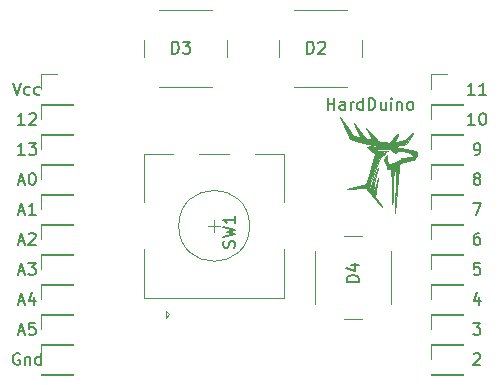
<source format=gbr>
G04 #@! TF.GenerationSoftware,KiCad,Pcbnew,(5.1.8)-1*
G04 #@! TF.CreationDate,2020-11-12T00:03:28+03:00*
G04 #@! TF.ProjectId,valc,76616c63-2e6b-4696-9361-645f70636258,rev?*
G04 #@! TF.SameCoordinates,Original*
G04 #@! TF.FileFunction,Legend,Top*
G04 #@! TF.FilePolarity,Positive*
%FSLAX46Y46*%
G04 Gerber Fmt 4.6, Leading zero omitted, Abs format (unit mm)*
G04 Created by KiCad (PCBNEW (5.1.8)-1) date 2020-11-12 00:03:28*
%MOMM*%
%LPD*%
G01*
G04 APERTURE LIST*
%ADD10C,0.100000*%
%ADD11C,0.150000*%
%ADD12C,0.120000*%
G04 APERTURE END LIST*
D10*
G36*
X111040000Y-50380000D02*
G01*
X111260000Y-50700000D01*
X111450000Y-50880000D01*
X111510000Y-50920000D01*
X111940000Y-51050000D01*
X111980000Y-51030000D01*
X111980000Y-50940000D01*
X111790000Y-50510000D01*
X111490000Y-49860000D01*
X112300000Y-50850000D01*
X112500000Y-51070000D01*
X112620000Y-51170000D01*
X112700000Y-51200000D01*
X112880000Y-51210000D01*
X113100000Y-51270000D01*
X113060000Y-51150000D01*
X112550000Y-50260000D01*
X113320000Y-51100000D01*
X113480000Y-51290000D01*
X113570000Y-51370000D01*
X113680000Y-51420000D01*
X114120000Y-51470000D01*
X114580000Y-51490000D01*
X115060000Y-50890000D01*
X115210000Y-50740000D01*
X115200000Y-50820000D01*
X115060000Y-51150000D01*
X114980000Y-51320000D01*
X114970000Y-51400000D01*
X115050000Y-51410000D01*
X115450000Y-51390000D01*
X115800000Y-51280000D01*
X116470000Y-50710000D01*
X116350000Y-51000000D01*
X115920000Y-51650000D01*
X115590000Y-51710000D01*
X114980000Y-51760000D01*
X114790000Y-51830000D01*
X115010000Y-51890000D01*
X116340000Y-52110000D01*
X116660000Y-52180000D01*
X116790000Y-52280000D01*
X116810000Y-52450000D01*
X116790000Y-52610000D01*
X116730000Y-52690000D01*
X116680000Y-52710000D01*
X116640000Y-52790000D01*
X116640000Y-52890000D01*
X116580000Y-52940000D01*
X116390000Y-52990000D01*
X115770000Y-53100000D01*
X115480000Y-53180000D01*
X115350000Y-53300000D01*
X115320000Y-53360000D01*
X115290000Y-53510000D01*
X115300000Y-53680000D01*
X114970000Y-57450000D01*
X115020000Y-54060000D01*
X115010000Y-53780000D01*
X115000000Y-53590000D01*
X114990000Y-53550000D01*
X114950000Y-53510000D01*
X114900000Y-53630000D01*
X114870000Y-53960000D01*
X114840000Y-54450000D01*
X114810000Y-55830000D01*
X114790000Y-56360000D01*
X114750000Y-56690000D01*
X114720000Y-56510000D01*
X114690000Y-55830000D01*
X114690000Y-54950000D01*
X114670000Y-53730000D01*
X114510000Y-53770000D01*
X114400000Y-53770000D01*
X114330000Y-53720000D01*
X114260000Y-53590000D01*
X114020000Y-52960000D01*
X114330000Y-52560000D01*
X114290000Y-52790000D01*
X114280000Y-52950000D01*
X114280000Y-53020000D01*
X114350000Y-53150000D01*
X114500000Y-53360000D01*
X115410000Y-52970000D01*
X115540000Y-52900000D01*
X115590000Y-52840000D01*
X115480000Y-52800000D01*
X115690000Y-52760000D01*
X116210000Y-52750000D01*
X116330000Y-52730000D01*
X116420000Y-52680000D01*
X116450000Y-52620000D01*
X116420000Y-52500000D01*
X116260000Y-52400000D01*
X115990000Y-52290000D01*
X115590000Y-52210000D01*
X115350000Y-52200000D01*
X115210000Y-52220000D01*
X115160000Y-52260000D01*
X115090000Y-52360000D01*
X115040000Y-52370000D01*
X114980000Y-52370000D01*
X114860000Y-52320000D01*
X114710000Y-52220000D01*
X114670000Y-52160000D01*
X114660000Y-52120000D01*
X114600000Y-52090000D01*
X114520000Y-52060000D01*
X114030000Y-52040000D01*
X113580000Y-52050000D01*
X113440000Y-52070000D01*
X113320000Y-52100000D01*
X113340000Y-52140000D01*
X113550000Y-52180000D01*
X113850000Y-52200000D01*
X114360000Y-52210000D01*
X113940000Y-52360000D01*
X113940000Y-52390000D01*
X114140000Y-52410000D01*
X114150000Y-52440000D01*
X113910000Y-52560000D01*
X113850000Y-52630000D01*
X113720000Y-52820000D01*
X113520000Y-53250000D01*
X113090000Y-54300000D01*
X112870000Y-54950000D01*
X112820000Y-55120000D01*
X112790000Y-55260000D01*
X112840000Y-55340000D01*
X112890000Y-55310000D01*
X112930000Y-55240000D01*
X113020000Y-55020000D01*
X113200000Y-54510000D01*
X113510000Y-53680000D01*
X113470000Y-53940000D01*
X113220000Y-54940000D01*
X113160000Y-55150000D01*
X113100000Y-55490000D01*
X113080000Y-55610000D01*
X113080000Y-55720000D01*
X113130000Y-55780000D01*
X113190000Y-55700000D01*
X113230000Y-55550000D01*
X113330000Y-55180000D01*
X113490000Y-54460000D01*
X113520000Y-54460000D01*
X113370000Y-55620000D01*
X113300000Y-56070000D01*
X113690000Y-56640000D01*
X113850000Y-56940000D01*
X113240000Y-56230000D01*
X112540000Y-55340000D01*
X110900000Y-55410000D01*
X112300000Y-55110000D01*
X112510000Y-55040000D01*
X112590000Y-54820000D01*
X112880000Y-53940000D01*
X113130000Y-53090000D01*
X113290000Y-52420000D01*
X112560000Y-51850000D01*
X112920000Y-51810000D01*
X113370000Y-51830000D01*
X113850000Y-51840000D01*
X111930000Y-51420000D01*
X111130000Y-51230000D01*
X110700000Y-50260000D01*
X110330000Y-49360000D01*
X111040000Y-50380000D01*
G37*
X111040000Y-50380000D02*
X111260000Y-50700000D01*
X111450000Y-50880000D01*
X111510000Y-50920000D01*
X111940000Y-51050000D01*
X111980000Y-51030000D01*
X111980000Y-50940000D01*
X111790000Y-50510000D01*
X111490000Y-49860000D01*
X112300000Y-50850000D01*
X112500000Y-51070000D01*
X112620000Y-51170000D01*
X112700000Y-51200000D01*
X112880000Y-51210000D01*
X113100000Y-51270000D01*
X113060000Y-51150000D01*
X112550000Y-50260000D01*
X113320000Y-51100000D01*
X113480000Y-51290000D01*
X113570000Y-51370000D01*
X113680000Y-51420000D01*
X114120000Y-51470000D01*
X114580000Y-51490000D01*
X115060000Y-50890000D01*
X115210000Y-50740000D01*
X115200000Y-50820000D01*
X115060000Y-51150000D01*
X114980000Y-51320000D01*
X114970000Y-51400000D01*
X115050000Y-51410000D01*
X115450000Y-51390000D01*
X115800000Y-51280000D01*
X116470000Y-50710000D01*
X116350000Y-51000000D01*
X115920000Y-51650000D01*
X115590000Y-51710000D01*
X114980000Y-51760000D01*
X114790000Y-51830000D01*
X115010000Y-51890000D01*
X116340000Y-52110000D01*
X116660000Y-52180000D01*
X116790000Y-52280000D01*
X116810000Y-52450000D01*
X116790000Y-52610000D01*
X116730000Y-52690000D01*
X116680000Y-52710000D01*
X116640000Y-52790000D01*
X116640000Y-52890000D01*
X116580000Y-52940000D01*
X116390000Y-52990000D01*
X115770000Y-53100000D01*
X115480000Y-53180000D01*
X115350000Y-53300000D01*
X115320000Y-53360000D01*
X115290000Y-53510000D01*
X115300000Y-53680000D01*
X114970000Y-57450000D01*
X115020000Y-54060000D01*
X115010000Y-53780000D01*
X115000000Y-53590000D01*
X114990000Y-53550000D01*
X114950000Y-53510000D01*
X114900000Y-53630000D01*
X114870000Y-53960000D01*
X114840000Y-54450000D01*
X114810000Y-55830000D01*
X114790000Y-56360000D01*
X114750000Y-56690000D01*
X114720000Y-56510000D01*
X114690000Y-55830000D01*
X114690000Y-54950000D01*
X114670000Y-53730000D01*
X114510000Y-53770000D01*
X114400000Y-53770000D01*
X114330000Y-53720000D01*
X114260000Y-53590000D01*
X114020000Y-52960000D01*
X114330000Y-52560000D01*
X114290000Y-52790000D01*
X114280000Y-52950000D01*
X114280000Y-53020000D01*
X114350000Y-53150000D01*
X114500000Y-53360000D01*
X115410000Y-52970000D01*
X115540000Y-52900000D01*
X115590000Y-52840000D01*
X115480000Y-52800000D01*
X115690000Y-52760000D01*
X116210000Y-52750000D01*
X116330000Y-52730000D01*
X116420000Y-52680000D01*
X116450000Y-52620000D01*
X116420000Y-52500000D01*
X116260000Y-52400000D01*
X115990000Y-52290000D01*
X115590000Y-52210000D01*
X115350000Y-52200000D01*
X115210000Y-52220000D01*
X115160000Y-52260000D01*
X115090000Y-52360000D01*
X115040000Y-52370000D01*
X114980000Y-52370000D01*
X114860000Y-52320000D01*
X114710000Y-52220000D01*
X114670000Y-52160000D01*
X114660000Y-52120000D01*
X114600000Y-52090000D01*
X114520000Y-52060000D01*
X114030000Y-52040000D01*
X113580000Y-52050000D01*
X113440000Y-52070000D01*
X113320000Y-52100000D01*
X113340000Y-52140000D01*
X113550000Y-52180000D01*
X113850000Y-52200000D01*
X114360000Y-52210000D01*
X113940000Y-52360000D01*
X113940000Y-52390000D01*
X114140000Y-52410000D01*
X114150000Y-52440000D01*
X113910000Y-52560000D01*
X113850000Y-52630000D01*
X113720000Y-52820000D01*
X113520000Y-53250000D01*
X113090000Y-54300000D01*
X112870000Y-54950000D01*
X112820000Y-55120000D01*
X112790000Y-55260000D01*
X112840000Y-55340000D01*
X112890000Y-55310000D01*
X112930000Y-55240000D01*
X113020000Y-55020000D01*
X113200000Y-54510000D01*
X113510000Y-53680000D01*
X113470000Y-53940000D01*
X113220000Y-54940000D01*
X113160000Y-55150000D01*
X113100000Y-55490000D01*
X113080000Y-55610000D01*
X113080000Y-55720000D01*
X113130000Y-55780000D01*
X113190000Y-55700000D01*
X113230000Y-55550000D01*
X113330000Y-55180000D01*
X113490000Y-54460000D01*
X113520000Y-54460000D01*
X113370000Y-55620000D01*
X113300000Y-56070000D01*
X113690000Y-56640000D01*
X113850000Y-56940000D01*
X113240000Y-56230000D01*
X112540000Y-55340000D01*
X110900000Y-55410000D01*
X112300000Y-55110000D01*
X112510000Y-55040000D01*
X112590000Y-54820000D01*
X112880000Y-53940000D01*
X113130000Y-53090000D01*
X113290000Y-52420000D01*
X112560000Y-51850000D01*
X112920000Y-51810000D01*
X113370000Y-51830000D01*
X113850000Y-51840000D01*
X111930000Y-51420000D01*
X111130000Y-51230000D01*
X110700000Y-50260000D01*
X110330000Y-49360000D01*
X111040000Y-50380000D01*
D11*
X109264761Y-48712380D02*
X109264761Y-47712380D01*
X109264761Y-48188571D02*
X109836190Y-48188571D01*
X109836190Y-48712380D02*
X109836190Y-47712380D01*
X110740952Y-48712380D02*
X110740952Y-48188571D01*
X110693333Y-48093333D01*
X110598095Y-48045714D01*
X110407619Y-48045714D01*
X110312380Y-48093333D01*
X110740952Y-48664761D02*
X110645714Y-48712380D01*
X110407619Y-48712380D01*
X110312380Y-48664761D01*
X110264761Y-48569523D01*
X110264761Y-48474285D01*
X110312380Y-48379047D01*
X110407619Y-48331428D01*
X110645714Y-48331428D01*
X110740952Y-48283809D01*
X111217142Y-48712380D02*
X111217142Y-48045714D01*
X111217142Y-48236190D02*
X111264761Y-48140952D01*
X111312380Y-48093333D01*
X111407619Y-48045714D01*
X111502857Y-48045714D01*
X112264761Y-48712380D02*
X112264761Y-47712380D01*
X112264761Y-48664761D02*
X112169523Y-48712380D01*
X111979047Y-48712380D01*
X111883809Y-48664761D01*
X111836190Y-48617142D01*
X111788571Y-48521904D01*
X111788571Y-48236190D01*
X111836190Y-48140952D01*
X111883809Y-48093333D01*
X111979047Y-48045714D01*
X112169523Y-48045714D01*
X112264761Y-48093333D01*
X112740952Y-48712380D02*
X112740952Y-47712380D01*
X112979047Y-47712380D01*
X113121904Y-47760000D01*
X113217142Y-47855238D01*
X113264761Y-47950476D01*
X113312380Y-48140952D01*
X113312380Y-48283809D01*
X113264761Y-48474285D01*
X113217142Y-48569523D01*
X113121904Y-48664761D01*
X112979047Y-48712380D01*
X112740952Y-48712380D01*
X114169523Y-48045714D02*
X114169523Y-48712380D01*
X113740952Y-48045714D02*
X113740952Y-48569523D01*
X113788571Y-48664761D01*
X113883809Y-48712380D01*
X114026666Y-48712380D01*
X114121904Y-48664761D01*
X114169523Y-48617142D01*
X114645714Y-48712380D02*
X114645714Y-48045714D01*
X114645714Y-47712380D02*
X114598095Y-47760000D01*
X114645714Y-47807619D01*
X114693333Y-47760000D01*
X114645714Y-47712380D01*
X114645714Y-47807619D01*
X115121904Y-48045714D02*
X115121904Y-48712380D01*
X115121904Y-48140952D02*
X115169523Y-48093333D01*
X115264761Y-48045714D01*
X115407619Y-48045714D01*
X115502857Y-48093333D01*
X115550476Y-48188571D01*
X115550476Y-48712380D01*
X116169523Y-48712380D02*
X116074285Y-48664761D01*
X116026666Y-48617142D01*
X115979047Y-48521904D01*
X115979047Y-48236190D01*
X116026666Y-48140952D01*
X116074285Y-48093333D01*
X116169523Y-48045714D01*
X116312380Y-48045714D01*
X116407619Y-48093333D01*
X116455238Y-48140952D01*
X116502857Y-48236190D01*
X116502857Y-48521904D01*
X116455238Y-48617142D01*
X116407619Y-48664761D01*
X116312380Y-48712380D01*
X116169523Y-48712380D01*
X83177142Y-69350000D02*
X83081904Y-69302380D01*
X82939047Y-69302380D01*
X82796190Y-69350000D01*
X82700952Y-69445238D01*
X82653333Y-69540476D01*
X82605714Y-69730952D01*
X82605714Y-69873809D01*
X82653333Y-70064285D01*
X82700952Y-70159523D01*
X82796190Y-70254761D01*
X82939047Y-70302380D01*
X83034285Y-70302380D01*
X83177142Y-70254761D01*
X83224761Y-70207142D01*
X83224761Y-69873809D01*
X83034285Y-69873809D01*
X83653333Y-69635714D02*
X83653333Y-70302380D01*
X83653333Y-69730952D02*
X83700952Y-69683333D01*
X83796190Y-69635714D01*
X83939047Y-69635714D01*
X84034285Y-69683333D01*
X84081904Y-69778571D01*
X84081904Y-70302380D01*
X84986666Y-70302380D02*
X84986666Y-69302380D01*
X84986666Y-70254761D02*
X84891428Y-70302380D01*
X84700952Y-70302380D01*
X84605714Y-70254761D01*
X84558095Y-70207142D01*
X84510476Y-70111904D01*
X84510476Y-69826190D01*
X84558095Y-69730952D01*
X84605714Y-69683333D01*
X84700952Y-69635714D01*
X84891428Y-69635714D01*
X84986666Y-69683333D01*
X83105714Y-67476666D02*
X83581904Y-67476666D01*
X83010476Y-67762380D02*
X83343809Y-66762380D01*
X83677142Y-67762380D01*
X84486666Y-66762380D02*
X84010476Y-66762380D01*
X83962857Y-67238571D01*
X84010476Y-67190952D01*
X84105714Y-67143333D01*
X84343809Y-67143333D01*
X84439047Y-67190952D01*
X84486666Y-67238571D01*
X84534285Y-67333809D01*
X84534285Y-67571904D01*
X84486666Y-67667142D01*
X84439047Y-67714761D01*
X84343809Y-67762380D01*
X84105714Y-67762380D01*
X84010476Y-67714761D01*
X83962857Y-67667142D01*
X83105714Y-64936666D02*
X83581904Y-64936666D01*
X83010476Y-65222380D02*
X83343809Y-64222380D01*
X83677142Y-65222380D01*
X84439047Y-64555714D02*
X84439047Y-65222380D01*
X84200952Y-64174761D02*
X83962857Y-64889047D01*
X84581904Y-64889047D01*
X83105714Y-62396666D02*
X83581904Y-62396666D01*
X83010476Y-62682380D02*
X83343809Y-61682380D01*
X83677142Y-62682380D01*
X83915238Y-61682380D02*
X84534285Y-61682380D01*
X84200952Y-62063333D01*
X84343809Y-62063333D01*
X84439047Y-62110952D01*
X84486666Y-62158571D01*
X84534285Y-62253809D01*
X84534285Y-62491904D01*
X84486666Y-62587142D01*
X84439047Y-62634761D01*
X84343809Y-62682380D01*
X84058095Y-62682380D01*
X83962857Y-62634761D01*
X83915238Y-62587142D01*
X83105714Y-59856666D02*
X83581904Y-59856666D01*
X83010476Y-60142380D02*
X83343809Y-59142380D01*
X83677142Y-60142380D01*
X83962857Y-59237619D02*
X84010476Y-59190000D01*
X84105714Y-59142380D01*
X84343809Y-59142380D01*
X84439047Y-59190000D01*
X84486666Y-59237619D01*
X84534285Y-59332857D01*
X84534285Y-59428095D01*
X84486666Y-59570952D01*
X83915238Y-60142380D01*
X84534285Y-60142380D01*
X83105714Y-57316666D02*
X83581904Y-57316666D01*
X83010476Y-57602380D02*
X83343809Y-56602380D01*
X83677142Y-57602380D01*
X84534285Y-57602380D02*
X83962857Y-57602380D01*
X84248571Y-57602380D02*
X84248571Y-56602380D01*
X84153333Y-56745238D01*
X84058095Y-56840476D01*
X83962857Y-56888095D01*
X83105714Y-54776666D02*
X83581904Y-54776666D01*
X83010476Y-55062380D02*
X83343809Y-54062380D01*
X83677142Y-55062380D01*
X84200952Y-54062380D02*
X84296190Y-54062380D01*
X84391428Y-54110000D01*
X84439047Y-54157619D01*
X84486666Y-54252857D01*
X84534285Y-54443333D01*
X84534285Y-54681428D01*
X84486666Y-54871904D01*
X84439047Y-54967142D01*
X84391428Y-55014761D01*
X84296190Y-55062380D01*
X84200952Y-55062380D01*
X84105714Y-55014761D01*
X84058095Y-54967142D01*
X84010476Y-54871904D01*
X83962857Y-54681428D01*
X83962857Y-54443333D01*
X84010476Y-54252857D01*
X84058095Y-54157619D01*
X84105714Y-54110000D01*
X84200952Y-54062380D01*
X82629523Y-46442380D02*
X82962857Y-47442380D01*
X83296190Y-46442380D01*
X84058095Y-47394761D02*
X83962857Y-47442380D01*
X83772380Y-47442380D01*
X83677142Y-47394761D01*
X83629523Y-47347142D01*
X83581904Y-47251904D01*
X83581904Y-46966190D01*
X83629523Y-46870952D01*
X83677142Y-46823333D01*
X83772380Y-46775714D01*
X83962857Y-46775714D01*
X84058095Y-46823333D01*
X84915238Y-47394761D02*
X84820000Y-47442380D01*
X84629523Y-47442380D01*
X84534285Y-47394761D01*
X84486666Y-47347142D01*
X84439047Y-47251904D01*
X84439047Y-46966190D01*
X84486666Y-46870952D01*
X84534285Y-46823333D01*
X84629523Y-46775714D01*
X84820000Y-46775714D01*
X84915238Y-46823333D01*
X83629523Y-52522380D02*
X83058095Y-52522380D01*
X83343809Y-52522380D02*
X83343809Y-51522380D01*
X83248571Y-51665238D01*
X83153333Y-51760476D01*
X83058095Y-51808095D01*
X83962857Y-51522380D02*
X84581904Y-51522380D01*
X84248571Y-51903333D01*
X84391428Y-51903333D01*
X84486666Y-51950952D01*
X84534285Y-51998571D01*
X84581904Y-52093809D01*
X84581904Y-52331904D01*
X84534285Y-52427142D01*
X84486666Y-52474761D01*
X84391428Y-52522380D01*
X84105714Y-52522380D01*
X84010476Y-52474761D01*
X83962857Y-52427142D01*
X83629523Y-49982380D02*
X83058095Y-49982380D01*
X83343809Y-49982380D02*
X83343809Y-48982380D01*
X83248571Y-49125238D01*
X83153333Y-49220476D01*
X83058095Y-49268095D01*
X84010476Y-49077619D02*
X84058095Y-49030000D01*
X84153333Y-48982380D01*
X84391428Y-48982380D01*
X84486666Y-49030000D01*
X84534285Y-49077619D01*
X84581904Y-49172857D01*
X84581904Y-49268095D01*
X84534285Y-49410952D01*
X83962857Y-49982380D01*
X84581904Y-49982380D01*
X121729523Y-47442380D02*
X121158095Y-47442380D01*
X121443809Y-47442380D02*
X121443809Y-46442380D01*
X121348571Y-46585238D01*
X121253333Y-46680476D01*
X121158095Y-46728095D01*
X122681904Y-47442380D02*
X122110476Y-47442380D01*
X122396190Y-47442380D02*
X122396190Y-46442380D01*
X122300952Y-46585238D01*
X122205714Y-46680476D01*
X122110476Y-46728095D01*
X121729523Y-49982380D02*
X121158095Y-49982380D01*
X121443809Y-49982380D02*
X121443809Y-48982380D01*
X121348571Y-49125238D01*
X121253333Y-49220476D01*
X121158095Y-49268095D01*
X122348571Y-48982380D02*
X122443809Y-48982380D01*
X122539047Y-49030000D01*
X122586666Y-49077619D01*
X122634285Y-49172857D01*
X122681904Y-49363333D01*
X122681904Y-49601428D01*
X122634285Y-49791904D01*
X122586666Y-49887142D01*
X122539047Y-49934761D01*
X122443809Y-49982380D01*
X122348571Y-49982380D01*
X122253333Y-49934761D01*
X122205714Y-49887142D01*
X122158095Y-49791904D01*
X122110476Y-49601428D01*
X122110476Y-49363333D01*
X122158095Y-49172857D01*
X122205714Y-49077619D01*
X122253333Y-49030000D01*
X122348571Y-48982380D01*
X121729523Y-52522380D02*
X121920000Y-52522380D01*
X122015238Y-52474761D01*
X122062857Y-52427142D01*
X122158095Y-52284285D01*
X122205714Y-52093809D01*
X122205714Y-51712857D01*
X122158095Y-51617619D01*
X122110476Y-51570000D01*
X122015238Y-51522380D01*
X121824761Y-51522380D01*
X121729523Y-51570000D01*
X121681904Y-51617619D01*
X121634285Y-51712857D01*
X121634285Y-51950952D01*
X121681904Y-52046190D01*
X121729523Y-52093809D01*
X121824761Y-52141428D01*
X122015238Y-52141428D01*
X122110476Y-52093809D01*
X122158095Y-52046190D01*
X122205714Y-51950952D01*
X121824761Y-54490952D02*
X121729523Y-54443333D01*
X121681904Y-54395714D01*
X121634285Y-54300476D01*
X121634285Y-54252857D01*
X121681904Y-54157619D01*
X121729523Y-54110000D01*
X121824761Y-54062380D01*
X122015238Y-54062380D01*
X122110476Y-54110000D01*
X122158095Y-54157619D01*
X122205714Y-54252857D01*
X122205714Y-54300476D01*
X122158095Y-54395714D01*
X122110476Y-54443333D01*
X122015238Y-54490952D01*
X121824761Y-54490952D01*
X121729523Y-54538571D01*
X121681904Y-54586190D01*
X121634285Y-54681428D01*
X121634285Y-54871904D01*
X121681904Y-54967142D01*
X121729523Y-55014761D01*
X121824761Y-55062380D01*
X122015238Y-55062380D01*
X122110476Y-55014761D01*
X122158095Y-54967142D01*
X122205714Y-54871904D01*
X122205714Y-54681428D01*
X122158095Y-54586190D01*
X122110476Y-54538571D01*
X122015238Y-54490952D01*
X121586666Y-56602380D02*
X122253333Y-56602380D01*
X121824761Y-57602380D01*
X122110476Y-59142380D02*
X121920000Y-59142380D01*
X121824761Y-59190000D01*
X121777142Y-59237619D01*
X121681904Y-59380476D01*
X121634285Y-59570952D01*
X121634285Y-59951904D01*
X121681904Y-60047142D01*
X121729523Y-60094761D01*
X121824761Y-60142380D01*
X122015238Y-60142380D01*
X122110476Y-60094761D01*
X122158095Y-60047142D01*
X122205714Y-59951904D01*
X122205714Y-59713809D01*
X122158095Y-59618571D01*
X122110476Y-59570952D01*
X122015238Y-59523333D01*
X121824761Y-59523333D01*
X121729523Y-59570952D01*
X121681904Y-59618571D01*
X121634285Y-59713809D01*
X122158095Y-61682380D02*
X121681904Y-61682380D01*
X121634285Y-62158571D01*
X121681904Y-62110952D01*
X121777142Y-62063333D01*
X122015238Y-62063333D01*
X122110476Y-62110952D01*
X122158095Y-62158571D01*
X122205714Y-62253809D01*
X122205714Y-62491904D01*
X122158095Y-62587142D01*
X122110476Y-62634761D01*
X122015238Y-62682380D01*
X121777142Y-62682380D01*
X121681904Y-62634761D01*
X121634285Y-62587142D01*
X122110476Y-64555714D02*
X122110476Y-65222380D01*
X121872380Y-64174761D02*
X121634285Y-64889047D01*
X122253333Y-64889047D01*
X121586666Y-66762380D02*
X122205714Y-66762380D01*
X121872380Y-67143333D01*
X122015238Y-67143333D01*
X122110476Y-67190952D01*
X122158095Y-67238571D01*
X122205714Y-67333809D01*
X122205714Y-67571904D01*
X122158095Y-67667142D01*
X122110476Y-67714761D01*
X122015238Y-67762380D01*
X121729523Y-67762380D01*
X121634285Y-67714761D01*
X121586666Y-67667142D01*
X121634285Y-69397619D02*
X121681904Y-69350000D01*
X121777142Y-69302380D01*
X122015238Y-69302380D01*
X122110476Y-69350000D01*
X122158095Y-69397619D01*
X122205714Y-69492857D01*
X122205714Y-69588095D01*
X122158095Y-69730952D01*
X121586666Y-70302380D01*
X122205714Y-70302380D01*
D12*
X102655000Y-58540000D02*
G75*
G03*
X102655000Y-58540000I-3000000J0D01*
G01*
X93755000Y-56540000D02*
X93755000Y-52440000D01*
X105555000Y-52440000D02*
X105555000Y-56540000D01*
X105555000Y-60540000D02*
X105555000Y-64640000D01*
X93755000Y-60540000D02*
X93755000Y-64640000D01*
X93755000Y-64640000D02*
X105555000Y-64640000D01*
X95855000Y-66040000D02*
X95555000Y-66340000D01*
X95555000Y-66340000D02*
X95555000Y-65740000D01*
X95555000Y-65740000D02*
X95855000Y-66040000D01*
X93755000Y-52440000D02*
X96155000Y-52440000D01*
X98355000Y-52440000D02*
X100955000Y-52440000D01*
X103155000Y-52440000D02*
X105555000Y-52440000D01*
X99155000Y-58540000D02*
X100155000Y-58540000D01*
X99655000Y-59040000D02*
X99655000Y-58040000D01*
X112160000Y-44275000D02*
X112160000Y-42775000D01*
X110910000Y-40275000D02*
X106410000Y-40275000D01*
X105160000Y-42775000D02*
X105160000Y-44275000D01*
X106410000Y-46775000D02*
X110910000Y-46775000D01*
X110665000Y-66440000D02*
X112165000Y-66440000D01*
X114665000Y-65190000D02*
X114665000Y-60690000D01*
X112165000Y-59440000D02*
X110665000Y-59440000D01*
X108165000Y-60690000D02*
X108165000Y-65190000D01*
X100730000Y-44275000D02*
X100730000Y-42775000D01*
X99480000Y-40275000D02*
X94980000Y-40275000D01*
X93730000Y-42775000D02*
X93730000Y-44275000D01*
X94980000Y-46775000D02*
X99480000Y-46775000D01*
X118050000Y-68520000D02*
X119380000Y-68520000D01*
X118050000Y-69850000D02*
X118050000Y-68520000D01*
X118050000Y-71120000D02*
X120710000Y-71120000D01*
X120710000Y-71120000D02*
X120710000Y-71180000D01*
X118050000Y-71120000D02*
X118050000Y-71180000D01*
X118050000Y-71180000D02*
X120710000Y-71180000D01*
X118050000Y-68640000D02*
X120710000Y-68640000D01*
X118050000Y-68580000D02*
X118050000Y-68640000D01*
X120710000Y-68580000D02*
X120710000Y-68640000D01*
X118050000Y-68580000D02*
X120710000Y-68580000D01*
X118050000Y-67310000D02*
X118050000Y-65980000D01*
X118050000Y-65980000D02*
X119380000Y-65980000D01*
X118050000Y-63440000D02*
X119380000Y-63440000D01*
X118050000Y-64770000D02*
X118050000Y-63440000D01*
X118050000Y-66040000D02*
X120710000Y-66040000D01*
X120710000Y-66040000D02*
X120710000Y-66100000D01*
X118050000Y-66040000D02*
X118050000Y-66100000D01*
X118050000Y-66100000D02*
X120710000Y-66100000D01*
X118050000Y-63560000D02*
X120710000Y-63560000D01*
X118050000Y-63500000D02*
X118050000Y-63560000D01*
X120710000Y-63500000D02*
X120710000Y-63560000D01*
X118050000Y-63500000D02*
X120710000Y-63500000D01*
X118050000Y-62230000D02*
X118050000Y-60900000D01*
X118050000Y-60900000D02*
X119380000Y-60900000D01*
X118050000Y-58360000D02*
X119380000Y-58360000D01*
X118050000Y-59690000D02*
X118050000Y-58360000D01*
X118050000Y-60960000D02*
X120710000Y-60960000D01*
X120710000Y-60960000D02*
X120710000Y-61020000D01*
X118050000Y-60960000D02*
X118050000Y-61020000D01*
X118050000Y-61020000D02*
X120710000Y-61020000D01*
X118050000Y-58480000D02*
X120710000Y-58480000D01*
X118050000Y-58420000D02*
X118050000Y-58480000D01*
X120710000Y-58420000D02*
X120710000Y-58480000D01*
X118050000Y-58420000D02*
X120710000Y-58420000D01*
X118050000Y-57150000D02*
X118050000Y-55820000D01*
X118050000Y-55820000D02*
X119380000Y-55820000D01*
X118050000Y-53280000D02*
X119380000Y-53280000D01*
X118050000Y-54610000D02*
X118050000Y-53280000D01*
X118050000Y-55880000D02*
X120710000Y-55880000D01*
X120710000Y-55880000D02*
X120710000Y-55940000D01*
X118050000Y-55880000D02*
X118050000Y-55940000D01*
X118050000Y-55940000D02*
X120710000Y-55940000D01*
X118050000Y-53400000D02*
X120710000Y-53400000D01*
X118050000Y-53340000D02*
X118050000Y-53400000D01*
X120710000Y-53340000D02*
X120710000Y-53400000D01*
X118050000Y-53340000D02*
X120710000Y-53340000D01*
X118050000Y-52070000D02*
X118050000Y-50740000D01*
X118050000Y-50740000D02*
X119380000Y-50740000D01*
X118050000Y-48200000D02*
X119380000Y-48200000D01*
X118050000Y-49530000D02*
X118050000Y-48200000D01*
X118050000Y-50800000D02*
X120710000Y-50800000D01*
X120710000Y-50800000D02*
X120710000Y-50860000D01*
X118050000Y-50800000D02*
X118050000Y-50860000D01*
X118050000Y-50860000D02*
X120710000Y-50860000D01*
X118050000Y-48320000D02*
X120710000Y-48320000D01*
X118050000Y-48260000D02*
X118050000Y-48320000D01*
X120710000Y-48260000D02*
X120710000Y-48320000D01*
X118050000Y-48260000D02*
X120710000Y-48260000D01*
X118050000Y-46990000D02*
X118050000Y-45660000D01*
X118050000Y-45660000D02*
X119380000Y-45660000D01*
X85030000Y-48200000D02*
X86360000Y-48200000D01*
X85030000Y-49530000D02*
X85030000Y-48200000D01*
X85030000Y-50800000D02*
X87690000Y-50800000D01*
X87690000Y-50800000D02*
X87690000Y-50860000D01*
X85030000Y-50800000D02*
X85030000Y-50860000D01*
X85030000Y-50860000D02*
X87690000Y-50860000D01*
X85030000Y-53400000D02*
X87690000Y-53400000D01*
X85030000Y-53340000D02*
X85030000Y-53400000D01*
X87690000Y-53340000D02*
X87690000Y-53400000D01*
X85030000Y-53340000D02*
X87690000Y-53340000D01*
X85030000Y-52070000D02*
X85030000Y-50740000D01*
X85030000Y-50740000D02*
X86360000Y-50740000D01*
X85030000Y-55940000D02*
X87690000Y-55940000D01*
X85030000Y-55880000D02*
X85030000Y-55940000D01*
X87690000Y-55880000D02*
X87690000Y-55940000D01*
X85030000Y-55880000D02*
X87690000Y-55880000D01*
X85030000Y-54610000D02*
X85030000Y-53280000D01*
X85030000Y-53280000D02*
X86360000Y-53280000D01*
X85030000Y-55820000D02*
X86360000Y-55820000D01*
X85030000Y-57150000D02*
X85030000Y-55820000D01*
X85030000Y-58420000D02*
X87690000Y-58420000D01*
X87690000Y-58420000D02*
X87690000Y-58480000D01*
X85030000Y-58420000D02*
X85030000Y-58480000D01*
X85030000Y-58480000D02*
X87690000Y-58480000D01*
X85030000Y-61020000D02*
X87690000Y-61020000D01*
X85030000Y-60960000D02*
X85030000Y-61020000D01*
X87690000Y-60960000D02*
X87690000Y-61020000D01*
X85030000Y-60960000D02*
X87690000Y-60960000D01*
X85030000Y-59690000D02*
X85030000Y-58360000D01*
X85030000Y-58360000D02*
X86360000Y-58360000D01*
X85030000Y-60900000D02*
X86360000Y-60900000D01*
X85030000Y-62230000D02*
X85030000Y-60900000D01*
X85030000Y-63500000D02*
X87690000Y-63500000D01*
X87690000Y-63500000D02*
X87690000Y-63560000D01*
X85030000Y-63500000D02*
X85030000Y-63560000D01*
X85030000Y-63560000D02*
X87690000Y-63560000D01*
X85030000Y-66100000D02*
X87690000Y-66100000D01*
X85030000Y-66040000D02*
X85030000Y-66100000D01*
X87690000Y-66040000D02*
X87690000Y-66100000D01*
X85030000Y-66040000D02*
X87690000Y-66040000D01*
X85030000Y-64770000D02*
X85030000Y-63440000D01*
X85030000Y-63440000D02*
X86360000Y-63440000D01*
X85030000Y-65980000D02*
X86360000Y-65980000D01*
X85030000Y-67310000D02*
X85030000Y-65980000D01*
X85030000Y-68580000D02*
X87690000Y-68580000D01*
X87690000Y-68580000D02*
X87690000Y-68640000D01*
X85030000Y-68580000D02*
X85030000Y-68640000D01*
X85030000Y-68640000D02*
X87690000Y-68640000D01*
X85030000Y-48320000D02*
X87690000Y-48320000D01*
X85030000Y-48260000D02*
X85030000Y-48320000D01*
X87690000Y-48260000D02*
X87690000Y-48320000D01*
X85030000Y-48260000D02*
X87690000Y-48260000D01*
X85030000Y-46990000D02*
X85030000Y-45660000D01*
X85030000Y-45660000D02*
X86360000Y-45660000D01*
X85030000Y-68520000D02*
X86360000Y-68520000D01*
X85030000Y-69850000D02*
X85030000Y-68520000D01*
X85030000Y-71120000D02*
X87690000Y-71120000D01*
X87690000Y-71120000D02*
X87690000Y-71180000D01*
X85030000Y-71120000D02*
X85030000Y-71180000D01*
X85030000Y-71180000D02*
X87690000Y-71180000D01*
D11*
X101369761Y-60388333D02*
X101417380Y-60245476D01*
X101417380Y-60007380D01*
X101369761Y-59912142D01*
X101322142Y-59864523D01*
X101226904Y-59816904D01*
X101131666Y-59816904D01*
X101036428Y-59864523D01*
X100988809Y-59912142D01*
X100941190Y-60007380D01*
X100893571Y-60197857D01*
X100845952Y-60293095D01*
X100798333Y-60340714D01*
X100703095Y-60388333D01*
X100607857Y-60388333D01*
X100512619Y-60340714D01*
X100465000Y-60293095D01*
X100417380Y-60197857D01*
X100417380Y-59959761D01*
X100465000Y-59816904D01*
X100417380Y-59483571D02*
X101417380Y-59245476D01*
X100703095Y-59055000D01*
X101417380Y-58864523D01*
X100417380Y-58626428D01*
X101417380Y-57721666D02*
X101417380Y-58293095D01*
X101417380Y-58007380D02*
X100417380Y-58007380D01*
X100560238Y-58102619D01*
X100655476Y-58197857D01*
X100703095Y-58293095D01*
X107529404Y-43949880D02*
X107529404Y-42949880D01*
X107767500Y-42949880D01*
X107910357Y-42997500D01*
X108005595Y-43092738D01*
X108053214Y-43187976D01*
X108100833Y-43378452D01*
X108100833Y-43521309D01*
X108053214Y-43711785D01*
X108005595Y-43807023D01*
X107910357Y-43902261D01*
X107767500Y-43949880D01*
X107529404Y-43949880D01*
X108481785Y-43045119D02*
X108529404Y-42997500D01*
X108624642Y-42949880D01*
X108862738Y-42949880D01*
X108957976Y-42997500D01*
X109005595Y-43045119D01*
X109053214Y-43140357D01*
X109053214Y-43235595D01*
X109005595Y-43378452D01*
X108434166Y-43949880D01*
X109053214Y-43949880D01*
X111894880Y-63285595D02*
X110894880Y-63285595D01*
X110894880Y-63047500D01*
X110942500Y-62904642D01*
X111037738Y-62809404D01*
X111132976Y-62761785D01*
X111323452Y-62714166D01*
X111466309Y-62714166D01*
X111656785Y-62761785D01*
X111752023Y-62809404D01*
X111847261Y-62904642D01*
X111894880Y-63047500D01*
X111894880Y-63285595D01*
X111228214Y-61857023D02*
X111894880Y-61857023D01*
X110847261Y-62095119D02*
X111561547Y-62333214D01*
X111561547Y-61714166D01*
X96099404Y-43949880D02*
X96099404Y-42949880D01*
X96337500Y-42949880D01*
X96480357Y-42997500D01*
X96575595Y-43092738D01*
X96623214Y-43187976D01*
X96670833Y-43378452D01*
X96670833Y-43521309D01*
X96623214Y-43711785D01*
X96575595Y-43807023D01*
X96480357Y-43902261D01*
X96337500Y-43949880D01*
X96099404Y-43949880D01*
X97004166Y-42949880D02*
X97623214Y-42949880D01*
X97289880Y-43330833D01*
X97432738Y-43330833D01*
X97527976Y-43378452D01*
X97575595Y-43426071D01*
X97623214Y-43521309D01*
X97623214Y-43759404D01*
X97575595Y-43854642D01*
X97527976Y-43902261D01*
X97432738Y-43949880D01*
X97147023Y-43949880D01*
X97051785Y-43902261D01*
X97004166Y-43854642D01*
M02*

</source>
